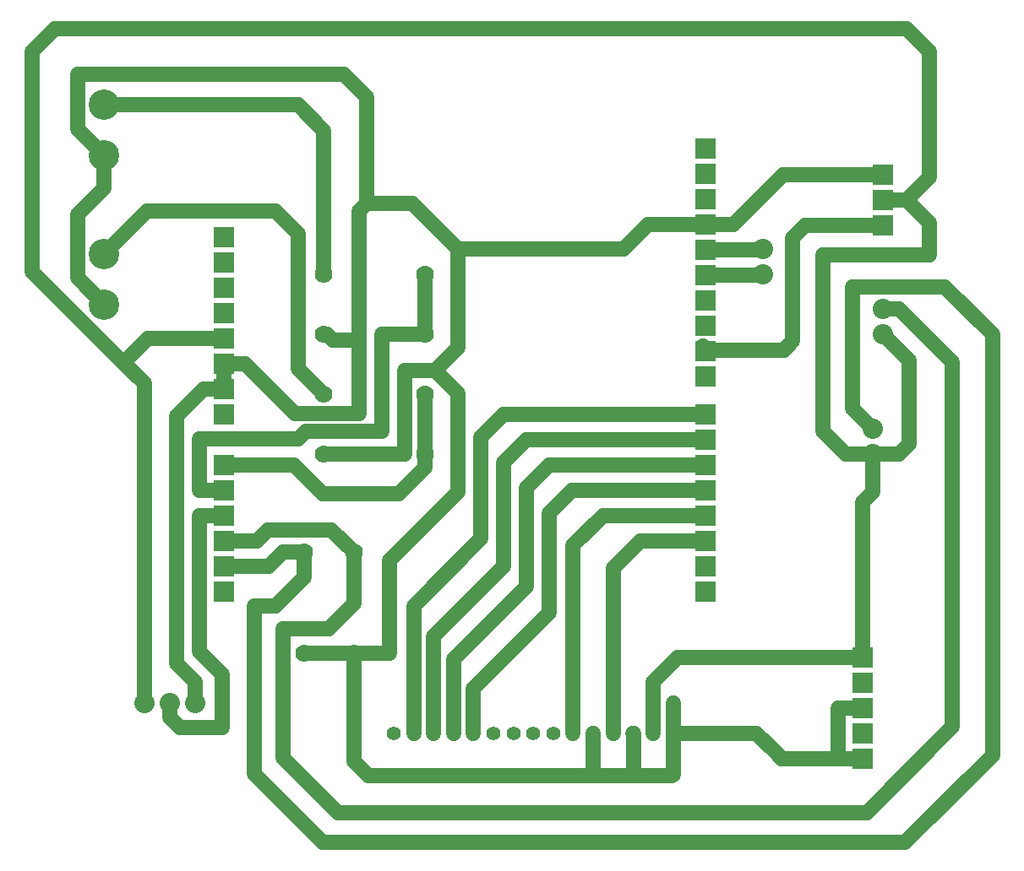
<source format=gbr>
G04 PROTEUS RS274X GERBER FILE*
%FSLAX45Y45*%
%MOMM*%
G01*
%ADD10C,1.524000*%
%ADD11R,2.032000X2.032000*%
%ADD12C,3.048000*%
%ADD13C,2.032000*%
%ADD14C,1.397000*%
%ADD15C,0.000000*%
%ADD16C,1.778000*%
D10*
X+1700000Y+6608000D02*
X+2131000Y+7039000D01*
X+3414600Y+7039000D01*
X+3643200Y+6810400D01*
X+3643200Y+5456800D01*
X+3900000Y+5200000D01*
X+1700000Y+8100000D02*
X+3643200Y+8100000D01*
X+3900000Y+7843200D01*
X+3900000Y+6400000D01*
X+2900000Y+3984000D02*
X+2652600Y+3984000D01*
X+2652600Y+2619400D01*
X+2881200Y+2390800D01*
X+2881200Y+1857400D01*
X+2455600Y+1857400D01*
X+2354000Y+1959000D01*
X+2354000Y+2100000D01*
X+2900000Y+5508000D02*
X+3109800Y+5508000D01*
X+3609550Y+5008250D01*
X+4252800Y+5008250D01*
X+4252800Y+5743600D01*
X+4329000Y+7115200D02*
X+4252800Y+7039000D01*
X+4252800Y+5743600D01*
X+4200000Y+2600000D02*
X+4557600Y+2600000D01*
X+4557600Y+3533800D01*
X+5243400Y+4219600D01*
X+5243400Y+5210200D01*
X+5014800Y+5438800D01*
X+1700000Y+7592000D02*
X+1433400Y+7858600D01*
X+1433400Y+8410600D01*
X+4100400Y+8410600D01*
X+4329000Y+8182000D01*
X+4329000Y+7115200D01*
X+5014800Y+5438800D02*
X+4710000Y+5438800D01*
X+4710000Y+4600000D01*
X+3900000Y+4600000D01*
X+2900000Y+5254000D02*
X+2696400Y+5254000D01*
X+2424000Y+4981600D01*
X+2424000Y+2498600D01*
X+2608000Y+2314600D01*
X+2608000Y+2100000D01*
X+4024200Y+5743600D02*
X+4252800Y+5743600D01*
X+7726000Y+6904999D02*
X+7726000Y+6905000D01*
X+7148400Y+6904999D01*
X+6901401Y+6658000D01*
X+5243400Y+6658000D01*
X+4024200Y+5743600D02*
X+3988900Y+5743600D01*
X+3932500Y+5800000D01*
X+3900000Y+5800000D01*
X+1700000Y+7592000D02*
X+1700000Y+7267600D01*
X+1433400Y+7001000D01*
X+1433400Y+6366600D01*
X+1700000Y+6100000D01*
X+5014800Y+5438800D02*
X+5243400Y+5667400D01*
X+5243400Y+6658000D01*
X+4329000Y+7115200D02*
X+4786200Y+7115200D01*
X+5243400Y+6658000D01*
X+4200000Y+2600000D02*
X+3700000Y+2600000D01*
X+2900000Y+5508000D02*
X+2900000Y+5254000D01*
X+4200000Y+3616000D02*
X+3977400Y+3838600D01*
X+3338400Y+3838600D01*
X+3229800Y+3730000D01*
X+2900000Y+3730000D01*
X+3700000Y+3616000D02*
X+3490800Y+3616000D01*
X+3350800Y+3476000D01*
X+3109800Y+3476000D01*
X+3109800Y+3475999D01*
X+2900000Y+3475999D01*
X+2900000Y+3476000D01*
X+4916000Y+5800000D02*
X+4481400Y+5800000D01*
X+4481400Y+4829200D01*
X+3719400Y+4829200D01*
X+3643200Y+4753000D01*
X+2652600Y+4753000D01*
X+2652600Y+4238000D01*
X+2900000Y+4238000D01*
X+4916000Y+5800000D02*
X+4916000Y+6400000D01*
X+9739200Y+7146000D02*
X+9967800Y+7374600D01*
X+9967800Y+8639200D01*
X+9739200Y+8867800D01*
X+1204800Y+8867800D01*
X+976200Y+8639200D01*
X+976200Y+6429400D01*
X+1890600Y+5515000D01*
X+9400000Y+4600000D02*
X+9400000Y+4219600D01*
X+9300000Y+4119600D01*
X+9300000Y+2562000D01*
X+1890600Y+5515000D02*
X+2137600Y+5762000D01*
X+2900000Y+5762000D01*
X+1890600Y+5515000D02*
X+2100000Y+5305600D01*
X+2100000Y+2100000D01*
X+9739200Y+7146000D02*
X+9739200Y+7145999D01*
X+9500000Y+7145999D01*
X+9500000Y+7146000D01*
X+4916000Y+4600000D02*
X+4916000Y+5200000D01*
X+7726000Y+6905000D02*
X+8005001Y+6905000D01*
X+8500001Y+7400000D01*
X+9500000Y+7400000D01*
X+7726000Y+6651000D02*
X+8300000Y+6651000D01*
X+8303000Y+6654000D01*
X+7726000Y+6397000D02*
X+8300000Y+6397000D01*
X+8303000Y+6400000D01*
X+9500000Y+6892000D02*
X+8725549Y+6892000D01*
X+8600000Y+6766451D01*
X+8600000Y+5731636D01*
X+8511806Y+5643442D01*
X+7742416Y+5643442D01*
X+7700000Y+5685858D01*
X+7726000Y+5635000D01*
X+9400000Y+4600000D02*
X+9661400Y+4600000D01*
X+9763000Y+4701600D01*
X+9763000Y+5537000D01*
X+9500000Y+5800000D01*
X+9400000Y+4600000D02*
X+9130200Y+4600000D01*
X+8901000Y+4829200D01*
X+8901000Y+6600000D01*
X+9967800Y+6600000D01*
X+9967800Y+6917400D01*
X+9739200Y+7146000D01*
X+7400000Y+2100000D02*
X+7400000Y+1800000D01*
X+6800000Y+1800000D02*
X+6800000Y+3457600D01*
X+7072400Y+3730000D01*
X+7726000Y+3730000D01*
X+9300000Y+2562000D02*
X+7447400Y+2562000D01*
X+7200000Y+2314600D01*
X+7200000Y+1800000D01*
X+3700000Y+3616000D02*
X+3700000Y+3362000D01*
X+3414600Y+3076600D01*
X+3200000Y+3076600D01*
X+3200000Y+1386200D01*
X+3886200Y+700000D01*
X+9724800Y+700000D01*
X+10600000Y+1575200D01*
X+10600000Y+5797200D01*
X+10120200Y+6277000D01*
X+9200000Y+6277000D01*
X+9200000Y+5054000D01*
X+9400000Y+4854000D01*
X+4200000Y+3616000D02*
X+4200000Y+3100000D01*
X+3948000Y+2848000D01*
X+3490800Y+2848000D01*
X+3490800Y+1552600D01*
X+4043400Y+1000000D01*
X+9339000Y+1000000D01*
X+10200000Y+1861000D01*
X+10200000Y+5517000D01*
X+9663000Y+6054000D01*
X+9500000Y+6054000D01*
X+9053400Y+1546000D02*
X+9053400Y+1593470D01*
X+9053400Y+2054000D01*
X+9300000Y+2054000D01*
X+5400000Y+1800000D02*
X+5400000Y+2244750D01*
X+6157800Y+3002550D01*
X+6157800Y+4009400D01*
X+6386400Y+4238000D01*
X+7726000Y+4238000D01*
X+5200000Y+1800000D02*
X+5200000Y+2543200D01*
X+5929200Y+3272400D01*
X+5929200Y+4263400D01*
X+6157800Y+4492000D01*
X+7726000Y+4492000D01*
X+5000000Y+1800000D02*
X+5000000Y+2771800D01*
X+5700600Y+3472400D01*
X+5700600Y+4517400D01*
X+5929200Y+4746000D01*
X+7726000Y+4746000D01*
X+4800000Y+1800000D02*
X+4800000Y+3076600D01*
X+5472000Y+3748600D01*
X+5472000Y+4771400D01*
X+5700600Y+5000000D01*
X+7726000Y+5000000D01*
X+6400000Y+1800000D02*
X+6400000Y+3686200D01*
X+6697800Y+3984000D01*
X+7726000Y+3984000D01*
X+9300000Y+1546000D02*
X+9053400Y+1546000D01*
X+8486551Y+1546000D01*
X+8432666Y+1599885D01*
X+8232551Y+1800000D01*
X+7400000Y+1800000D01*
X+7400000Y+1381561D01*
X+7386965Y+1368526D01*
X+6996197Y+1368526D01*
X+6993483Y+1371240D01*
X+7007051Y+1384808D01*
X+7007051Y+1792949D01*
X+7000000Y+1800000D01*
X+4200000Y+2600000D02*
X+4200000Y+1515670D01*
X+4347154Y+1368516D01*
X+6589135Y+1368516D01*
X+6600000Y+1379381D01*
X+6608141Y+1371240D01*
X+6600000Y+1800000D02*
X+6600000Y+1379381D01*
X+6608141Y+1371240D02*
X+6993483Y+1371240D01*
X+4916000Y+4600000D02*
X+4916000Y+4460900D01*
X+4655100Y+4200000D01*
X+3891400Y+4200000D01*
X+3599400Y+4492000D01*
X+2900000Y+4492000D01*
D11*
X+2900000Y+6778000D03*
X+2900000Y+6524000D03*
X+2900000Y+6270000D03*
X+2900000Y+6016000D03*
X+2900000Y+5762000D03*
X+2900000Y+5508000D03*
X+2900000Y+5254000D03*
X+2900000Y+5000000D03*
X+2900000Y+4492000D03*
X+2900000Y+4238000D03*
X+2900000Y+3984000D03*
X+2900000Y+3730000D03*
X+2900000Y+3476000D03*
X+2900000Y+3222000D03*
X+7726000Y+3222000D03*
X+7726000Y+3476000D03*
X+7726000Y+3730000D03*
X+7726000Y+3984000D03*
X+7726000Y+4238000D03*
X+7726000Y+4492000D03*
X+7726000Y+4746000D03*
X+7726000Y+5000000D03*
X+7726000Y+5381000D03*
X+7726000Y+5635000D03*
X+7726000Y+5889000D03*
X+7726000Y+6143000D03*
X+7726000Y+6397000D03*
X+7726000Y+6651000D03*
X+7726000Y+6905000D03*
X+7726000Y+7159000D03*
X+7726000Y+7413000D03*
X+7726000Y+7667000D03*
D12*
X+1700000Y+7592000D03*
X+1700000Y+8100000D03*
X+1700000Y+6100000D03*
X+1700000Y+6608000D03*
D11*
X+9500000Y+6892000D03*
X+9500000Y+7146000D03*
X+9500000Y+7400000D03*
D13*
X+9500000Y+6054000D03*
X+9500000Y+5800000D03*
X+9400000Y+4854000D03*
X+9400000Y+4600000D03*
X+8303000Y+6400000D03*
X+8303000Y+6654000D03*
D14*
X+7400000Y+1800000D03*
D15*
X+7400000Y+1800000D03*
D14*
X+7200000Y+1800000D03*
D15*
X+7200000Y+1800000D03*
D14*
X+7000000Y+1800000D03*
D15*
X+7000000Y+1800000D03*
D14*
X+6800000Y+1800000D03*
D15*
X+6800000Y+1800000D03*
D14*
X+6600000Y+1800000D03*
D15*
X+6600000Y+1800000D03*
D14*
X+6400000Y+1800000D03*
D15*
X+6400000Y+1800000D03*
D14*
X+6200000Y+1800000D03*
D15*
X+6200000Y+1800000D03*
D14*
X+6000000Y+1800000D03*
D15*
X+6000000Y+1800000D03*
D14*
X+5800000Y+1800000D03*
D15*
X+5800000Y+1800000D03*
D14*
X+5600000Y+1800000D03*
D15*
X+5600000Y+1800000D03*
D14*
X+5400000Y+1800000D03*
D15*
X+5400000Y+1800000D03*
D14*
X+5200000Y+1800000D03*
D15*
X+5200000Y+1800000D03*
D14*
X+5000000Y+1800000D03*
D15*
X+5000000Y+1800000D03*
D14*
X+4800000Y+1800000D03*
D15*
X+4800000Y+1800000D03*
D14*
X+4600000Y+1800000D03*
D15*
X+4600000Y+1800000D03*
D13*
X+2100000Y+2100000D03*
X+2354000Y+2100000D03*
X+2608000Y+2100000D03*
D16*
X+4916000Y+5200000D03*
X+3900000Y+5200000D03*
X+3700000Y+3616000D03*
X+3700000Y+2600000D03*
X+4200000Y+3616000D03*
X+4200000Y+2600000D03*
X+4916000Y+6400000D03*
X+3900000Y+6400000D03*
X+3900000Y+5800000D03*
X+4916000Y+5800000D03*
X+3900000Y+4600000D03*
X+4916000Y+4600000D03*
D11*
X+9300000Y+2562000D03*
X+9300000Y+2308000D03*
X+9300000Y+2054000D03*
X+9300000Y+1800000D03*
X+9300000Y+1546000D03*
M02*

</source>
